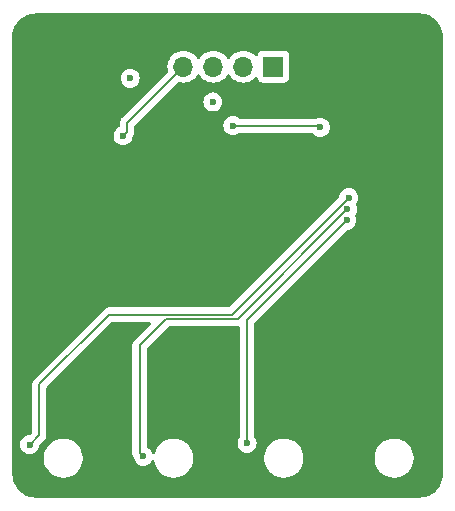
<source format=gbr>
%TF.GenerationSoftware,KiCad,Pcbnew,8.0.0*%
%TF.CreationDate,2024-07-14T16:28:40-05:00*%
%TF.ProjectId,Rick,5269636b-2e6b-4696-9361-645f70636258,rev?*%
%TF.SameCoordinates,Original*%
%TF.FileFunction,Copper,L1,Top*%
%TF.FilePolarity,Positive*%
%FSLAX46Y46*%
G04 Gerber Fmt 4.6, Leading zero omitted, Abs format (unit mm)*
G04 Created by KiCad (PCBNEW 8.0.0) date 2024-07-14 16:28:40*
%MOMM*%
%LPD*%
G01*
G04 APERTURE LIST*
%TA.AperFunction,ComponentPad*%
%ADD10R,1.700000X1.700000*%
%TD*%
%TA.AperFunction,ComponentPad*%
%ADD11O,1.700000X1.700000*%
%TD*%
%TA.AperFunction,ViaPad*%
%ADD12C,0.600000*%
%TD*%
%TA.AperFunction,Conductor*%
%ADD13C,0.200000*%
%TD*%
G04 APERTURE END LIST*
D10*
%TO.P,J2,1,Pin_1*%
%TO.N,SDA*%
X174130000Y-67000000D03*
D11*
%TO.P,J2,2,Pin_2*%
%TO.N,SCL*%
X171590000Y-67000000D03*
%TO.P,J2,3,Pin_3*%
%TO.N,Net-(J2-Pin_3)*%
X169050000Y-67000000D03*
%TO.P,J2,4,Pin_4*%
%TO.N,Net-(J2-Pin_4)*%
X166510000Y-67000000D03*
%TD*%
D12*
%TO.N,VSS*%
X169000000Y-75000000D03*
%TO.N,*%
X169000000Y-70000000D03*
X162000000Y-68000000D03*
%TO.N,VSS*%
X155000000Y-66000000D03*
X154000000Y-75000000D03*
X157000000Y-85000000D03*
X160000000Y-94000000D03*
X164000000Y-94000000D03*
X170000000Y-84000000D03*
X171000000Y-76000000D03*
X174000000Y-81000000D03*
X181000000Y-65000000D03*
X170000000Y-64000000D03*
X163000000Y-79000000D03*
%TO.N,Net-(D3-A)*%
X180324265Y-80024265D03*
X171900000Y-98900000D03*
%TO.N,Net-(D2-A)*%
X180400000Y-79100000D03*
X163100000Y-100000000D03*
%TO.N,Net-(D1-A)*%
X153500000Y-99000000D03*
X180500000Y-78100000D03*
%TO.N,Net-(J2-Pin_4)*%
X161400000Y-72850000D03*
%TO.N,VCC*%
X170700000Y-72000000D03*
X178100000Y-72150000D03*
%TD*%
D13*
%TO.N,Net-(D3-A)*%
X180324265Y-80024265D02*
X171900000Y-88448530D01*
X171900000Y-88448530D02*
X171900000Y-98900000D01*
%TO.N,Net-(D2-A)*%
X162800000Y-90600000D02*
X162800000Y-91400000D01*
X165000000Y-88400000D02*
X162800000Y-90600000D01*
X180400000Y-79100000D02*
X171100000Y-88400000D01*
X171100000Y-88400000D02*
X165000000Y-88400000D01*
X162800000Y-91400000D02*
X162800000Y-99700000D01*
X162800000Y-99700000D02*
X163100000Y-100000000D01*
%TO.N,Net-(D1-A)*%
X154300000Y-98200000D02*
X154300000Y-93900000D01*
X153500000Y-99000000D02*
X154300000Y-98200000D01*
X154300000Y-93900000D02*
X160200000Y-88000000D01*
X160200000Y-88000000D02*
X170600000Y-88000000D01*
X170600000Y-88000000D02*
X180500000Y-78100000D01*
%TO.N,Net-(J2-Pin_4)*%
X161750000Y-72500000D02*
X161750000Y-71760000D01*
X161400000Y-72850000D02*
X161750000Y-72500000D01*
X161750000Y-71760000D02*
X166510000Y-67000000D01*
%TO.N,VCC*%
X170700000Y-72000000D02*
X177950000Y-72000000D01*
X177950000Y-72000000D02*
X178100000Y-72150000D01*
%TD*%
%TA.AperFunction,Conductor*%
%TO.N,VSS*%
G36*
X186504043Y-62500765D02*
G01*
X186752895Y-62517075D01*
X186768953Y-62519190D01*
X186976105Y-62560395D01*
X187009535Y-62567045D01*
X187025202Y-62571243D01*
X187194947Y-62628863D01*
X187257481Y-62650091D01*
X187272458Y-62656294D01*
X187481799Y-62759529D01*
X187492460Y-62764787D01*
X187506508Y-62772897D01*
X187710464Y-62909177D01*
X187723328Y-62919048D01*
X187907749Y-63080781D01*
X187919218Y-63092250D01*
X188080951Y-63276671D01*
X188090825Y-63289539D01*
X188227102Y-63493492D01*
X188235212Y-63507539D01*
X188343702Y-63727534D01*
X188349909Y-63742520D01*
X188428756Y-63974797D01*
X188432954Y-63990464D01*
X188480807Y-64231035D01*
X188482925Y-64247116D01*
X188499235Y-64495956D01*
X188499500Y-64504066D01*
X188499500Y-101495933D01*
X188499235Y-101504043D01*
X188482925Y-101752883D01*
X188480807Y-101768964D01*
X188432954Y-102009535D01*
X188428756Y-102025202D01*
X188349909Y-102257479D01*
X188343702Y-102272465D01*
X188235212Y-102492460D01*
X188227102Y-102506507D01*
X188090825Y-102710460D01*
X188080951Y-102723328D01*
X187919218Y-102907749D01*
X187907749Y-102919218D01*
X187723328Y-103080951D01*
X187710460Y-103090825D01*
X187506507Y-103227102D01*
X187492460Y-103235212D01*
X187272465Y-103343702D01*
X187257479Y-103349909D01*
X187025202Y-103428756D01*
X187009535Y-103432954D01*
X186768964Y-103480807D01*
X186752883Y-103482925D01*
X186504043Y-103499235D01*
X186495933Y-103499500D01*
X154105728Y-103499500D01*
X154105712Y-103499499D01*
X154036290Y-103499499D01*
X154028182Y-103499234D01*
X153779347Y-103482928D01*
X153763265Y-103480811D01*
X153522682Y-103432959D01*
X153507015Y-103428761D01*
X153274740Y-103349917D01*
X153259755Y-103343710D01*
X153039754Y-103235221D01*
X153025706Y-103227110D01*
X152821750Y-103090832D01*
X152808882Y-103080959D01*
X152624459Y-102919227D01*
X152612989Y-102907757D01*
X152451255Y-102723337D01*
X152441381Y-102710469D01*
X152305103Y-102506517D01*
X152296993Y-102492470D01*
X152188498Y-102272467D01*
X152182291Y-102257482D01*
X152182290Y-102257479D01*
X152103440Y-102025196D01*
X152099248Y-102009551D01*
X152051390Y-101768953D01*
X152049275Y-101752898D01*
X152032997Y-101504537D01*
X152032733Y-101496457D01*
X152032733Y-101426564D01*
X152032667Y-101425588D01*
X152031669Y-100279902D01*
X154699500Y-100279902D01*
X154740140Y-100536493D01*
X154820422Y-100783576D01*
X154901534Y-100942764D01*
X154938366Y-101015051D01*
X155091069Y-101225229D01*
X155274771Y-101408931D01*
X155484949Y-101561634D01*
X155632445Y-101636787D01*
X155716423Y-101679577D01*
X155716425Y-101679577D01*
X155716428Y-101679579D01*
X155963507Y-101759860D01*
X156095706Y-101780797D01*
X156220098Y-101800500D01*
X156220103Y-101800500D01*
X156479902Y-101800500D01*
X156593298Y-101782539D01*
X156736493Y-101759860D01*
X156983572Y-101679579D01*
X157215051Y-101561634D01*
X157425229Y-101408931D01*
X157608931Y-101225229D01*
X157761634Y-101015051D01*
X157879579Y-100783572D01*
X157959860Y-100536493D01*
X157989473Y-100349521D01*
X158000500Y-100279902D01*
X158000500Y-100020097D01*
X157964899Y-99795325D01*
X157959860Y-99763507D01*
X157879579Y-99516428D01*
X157879577Y-99516424D01*
X157879577Y-99516423D01*
X157821408Y-99402262D01*
X157761634Y-99284949D01*
X157608931Y-99074771D01*
X157425229Y-98891069D01*
X157215051Y-98738366D01*
X157142764Y-98701534D01*
X156983576Y-98620422D01*
X156736493Y-98540140D01*
X156479902Y-98499500D01*
X156479897Y-98499500D01*
X156220103Y-98499500D01*
X156220098Y-98499500D01*
X155963506Y-98540140D01*
X155716423Y-98620422D01*
X155484945Y-98738368D01*
X155274774Y-98891066D01*
X155274768Y-98891071D01*
X155091071Y-99074768D01*
X155091066Y-99074774D01*
X154938368Y-99284945D01*
X154820422Y-99516423D01*
X154740140Y-99763506D01*
X154699500Y-100020097D01*
X154699500Y-100279902D01*
X152031669Y-100279902D01*
X152030554Y-99000003D01*
X152694435Y-99000003D01*
X152714630Y-99179249D01*
X152714631Y-99179254D01*
X152774211Y-99349523D01*
X152867341Y-99497737D01*
X152870184Y-99502262D01*
X152997738Y-99629816D01*
X153150478Y-99725789D01*
X153258267Y-99763506D01*
X153320745Y-99785368D01*
X153320750Y-99785369D01*
X153499996Y-99805565D01*
X153500000Y-99805565D01*
X153500004Y-99805565D01*
X153679249Y-99785369D01*
X153679252Y-99785368D01*
X153679255Y-99785368D01*
X153849522Y-99725789D01*
X154002262Y-99629816D01*
X154129816Y-99502262D01*
X154225789Y-99349522D01*
X154285368Y-99179255D01*
X154295161Y-99092329D01*
X154322226Y-99027918D01*
X154330690Y-99018543D01*
X154658506Y-98690728D01*
X154658511Y-98690724D01*
X154668714Y-98680520D01*
X154668716Y-98680520D01*
X154780520Y-98568716D01*
X154842873Y-98460717D01*
X154859577Y-98431785D01*
X154900501Y-98279057D01*
X154900501Y-98120943D01*
X154900501Y-98113348D01*
X154900500Y-98113330D01*
X154900500Y-94200097D01*
X154920185Y-94133058D01*
X154936819Y-94112416D01*
X160412416Y-88636819D01*
X160473739Y-88603334D01*
X160500097Y-88600500D01*
X163650903Y-88600500D01*
X163717942Y-88620185D01*
X163763697Y-88672989D01*
X163773641Y-88742147D01*
X163744616Y-88805703D01*
X163738584Y-88812181D01*
X162431286Y-90119478D01*
X162319481Y-90231282D01*
X162319479Y-90231285D01*
X162269361Y-90318094D01*
X162269359Y-90318096D01*
X162240425Y-90368209D01*
X162240424Y-90368210D01*
X162240423Y-90368215D01*
X162199499Y-90520943D01*
X162199499Y-90520945D01*
X162199499Y-90689046D01*
X162199500Y-90689059D01*
X162199500Y-99613330D01*
X162199499Y-99613348D01*
X162199499Y-99779054D01*
X162199498Y-99779054D01*
X162199499Y-99779057D01*
X162240423Y-99931785D01*
X162269358Y-99981901D01*
X162269359Y-99981905D01*
X162269361Y-99981905D01*
X162285046Y-100009074D01*
X162300877Y-100057187D01*
X162314630Y-100179249D01*
X162374210Y-100349521D01*
X162374211Y-100349522D01*
X162470184Y-100502262D01*
X162597738Y-100629816D01*
X162750478Y-100725789D01*
X162915612Y-100783572D01*
X162920745Y-100785368D01*
X162920750Y-100785369D01*
X163099996Y-100805565D01*
X163100000Y-100805565D01*
X163100004Y-100805565D01*
X163279249Y-100785369D01*
X163279252Y-100785368D01*
X163279255Y-100785368D01*
X163449522Y-100725789D01*
X163602262Y-100629816D01*
X163729816Y-100502262D01*
X163824177Y-100352086D01*
X163876509Y-100305798D01*
X163945563Y-100295149D01*
X164009411Y-100323524D01*
X164047784Y-100381914D01*
X164051642Y-100398663D01*
X164073472Y-100536493D01*
X164153755Y-100783576D01*
X164234867Y-100942764D01*
X164271699Y-101015051D01*
X164424402Y-101225229D01*
X164608104Y-101408931D01*
X164818282Y-101561634D01*
X164965778Y-101636787D01*
X165049756Y-101679577D01*
X165049758Y-101679577D01*
X165049761Y-101679579D01*
X165296840Y-101759860D01*
X165429039Y-101780797D01*
X165553431Y-101800500D01*
X165553436Y-101800500D01*
X165813235Y-101800500D01*
X165926631Y-101782539D01*
X166069826Y-101759860D01*
X166316905Y-101679579D01*
X166548384Y-101561634D01*
X166758562Y-101408931D01*
X166942264Y-101225229D01*
X167094967Y-101015051D01*
X167212912Y-100783572D01*
X167293193Y-100536493D01*
X167322806Y-100349521D01*
X167333833Y-100279902D01*
X173366166Y-100279902D01*
X173406806Y-100536493D01*
X173487088Y-100783576D01*
X173568200Y-100942764D01*
X173605032Y-101015051D01*
X173757735Y-101225229D01*
X173941437Y-101408931D01*
X174151615Y-101561634D01*
X174299111Y-101636787D01*
X174383089Y-101679577D01*
X174383091Y-101679577D01*
X174383094Y-101679579D01*
X174630173Y-101759860D01*
X174762372Y-101780797D01*
X174886764Y-101800500D01*
X174886769Y-101800500D01*
X175146568Y-101800500D01*
X175259964Y-101782539D01*
X175403159Y-101759860D01*
X175650238Y-101679579D01*
X175881717Y-101561634D01*
X176091895Y-101408931D01*
X176275597Y-101225229D01*
X176428300Y-101015051D01*
X176546245Y-100783572D01*
X176626526Y-100536493D01*
X176656139Y-100349521D01*
X176667166Y-100279902D01*
X182699500Y-100279902D01*
X182740140Y-100536493D01*
X182820422Y-100783576D01*
X182901534Y-100942764D01*
X182938366Y-101015051D01*
X183091069Y-101225229D01*
X183274771Y-101408931D01*
X183484949Y-101561634D01*
X183632445Y-101636787D01*
X183716423Y-101679577D01*
X183716425Y-101679577D01*
X183716428Y-101679579D01*
X183963507Y-101759860D01*
X184095706Y-101780797D01*
X184220098Y-101800500D01*
X184220103Y-101800500D01*
X184479902Y-101800500D01*
X184593298Y-101782539D01*
X184736493Y-101759860D01*
X184983572Y-101679579D01*
X185215051Y-101561634D01*
X185425229Y-101408931D01*
X185608931Y-101225229D01*
X185761634Y-101015051D01*
X185879579Y-100783572D01*
X185959860Y-100536493D01*
X185989473Y-100349521D01*
X186000500Y-100279902D01*
X186000500Y-100020097D01*
X185964899Y-99795325D01*
X185959860Y-99763507D01*
X185879579Y-99516428D01*
X185879577Y-99516424D01*
X185879577Y-99516423D01*
X185821408Y-99402262D01*
X185761634Y-99284949D01*
X185608931Y-99074771D01*
X185425229Y-98891069D01*
X185215051Y-98738366D01*
X185142764Y-98701534D01*
X184983576Y-98620422D01*
X184736493Y-98540140D01*
X184479902Y-98499500D01*
X184479897Y-98499500D01*
X184220103Y-98499500D01*
X184220098Y-98499500D01*
X183963506Y-98540140D01*
X183716423Y-98620422D01*
X183484945Y-98738368D01*
X183274774Y-98891066D01*
X183274768Y-98891071D01*
X183091071Y-99074768D01*
X183091066Y-99074774D01*
X182938368Y-99284945D01*
X182820422Y-99516423D01*
X182740140Y-99763506D01*
X182699500Y-100020097D01*
X182699500Y-100279902D01*
X176667166Y-100279902D01*
X176667166Y-100020097D01*
X176631565Y-99795325D01*
X176626526Y-99763507D01*
X176546245Y-99516428D01*
X176546243Y-99516424D01*
X176546243Y-99516423D01*
X176488074Y-99402262D01*
X176428300Y-99284949D01*
X176275597Y-99074771D01*
X176091895Y-98891069D01*
X175881717Y-98738366D01*
X175809430Y-98701534D01*
X175650242Y-98620422D01*
X175403159Y-98540140D01*
X175146568Y-98499500D01*
X175146563Y-98499500D01*
X174886769Y-98499500D01*
X174886764Y-98499500D01*
X174630172Y-98540140D01*
X174383089Y-98620422D01*
X174151611Y-98738368D01*
X173941440Y-98891066D01*
X173941434Y-98891071D01*
X173757737Y-99074768D01*
X173757732Y-99074774D01*
X173605034Y-99284945D01*
X173487088Y-99516423D01*
X173406806Y-99763506D01*
X173366166Y-100020097D01*
X173366166Y-100279902D01*
X167333833Y-100279902D01*
X167333833Y-100020097D01*
X167298232Y-99795325D01*
X167293193Y-99763507D01*
X167212912Y-99516428D01*
X167212910Y-99516424D01*
X167212910Y-99516423D01*
X167154741Y-99402262D01*
X167094967Y-99284949D01*
X166942264Y-99074771D01*
X166758562Y-98891069D01*
X166548384Y-98738366D01*
X166476097Y-98701534D01*
X166316909Y-98620422D01*
X166069826Y-98540140D01*
X165813235Y-98499500D01*
X165813230Y-98499500D01*
X165553436Y-98499500D01*
X165553431Y-98499500D01*
X165296839Y-98540140D01*
X165049756Y-98620422D01*
X164818278Y-98738368D01*
X164608107Y-98891066D01*
X164608101Y-98891071D01*
X164424404Y-99074768D01*
X164424399Y-99074774D01*
X164271701Y-99284945D01*
X164153755Y-99516424D01*
X164086839Y-99722367D01*
X164047401Y-99780042D01*
X163983042Y-99807240D01*
X163914196Y-99795325D01*
X163862720Y-99748080D01*
X163851866Y-99725002D01*
X163825789Y-99650478D01*
X163749971Y-99529815D01*
X163729816Y-99497738D01*
X163602262Y-99370184D01*
X163602260Y-99370182D01*
X163458527Y-99279868D01*
X163412237Y-99227534D01*
X163400500Y-99174875D01*
X163400500Y-90900097D01*
X163420185Y-90833058D01*
X163436819Y-90812416D01*
X165212416Y-89036819D01*
X165273739Y-89003334D01*
X165300097Y-89000500D01*
X171013331Y-89000500D01*
X171013347Y-89000501D01*
X171175500Y-89000501D01*
X171242539Y-89020186D01*
X171288294Y-89072990D01*
X171299500Y-89124501D01*
X171299500Y-98317587D01*
X171279815Y-98384626D01*
X171272450Y-98394896D01*
X171270186Y-98397734D01*
X171174211Y-98550476D01*
X171114631Y-98720745D01*
X171114630Y-98720750D01*
X171094435Y-98899996D01*
X171094435Y-98900003D01*
X171114630Y-99079249D01*
X171114631Y-99079254D01*
X171174211Y-99249523D01*
X171237045Y-99349522D01*
X171270184Y-99402262D01*
X171397738Y-99529816D01*
X171488080Y-99586582D01*
X171542765Y-99620943D01*
X171550478Y-99625789D01*
X171720745Y-99685368D01*
X171720750Y-99685369D01*
X171899996Y-99705565D01*
X171900000Y-99705565D01*
X171900004Y-99705565D01*
X172079249Y-99685369D01*
X172079252Y-99685368D01*
X172079255Y-99685368D01*
X172249522Y-99625789D01*
X172402262Y-99529816D01*
X172529816Y-99402262D01*
X172625789Y-99249522D01*
X172685368Y-99079255D01*
X172685873Y-99074774D01*
X172705565Y-98900003D01*
X172705565Y-98899996D01*
X172685369Y-98720750D01*
X172685368Y-98720745D01*
X172671293Y-98680520D01*
X172625789Y-98550478D01*
X172529816Y-98397738D01*
X172529814Y-98397736D01*
X172529813Y-98397734D01*
X172527550Y-98394896D01*
X172526659Y-98392715D01*
X172526111Y-98391842D01*
X172526264Y-98391745D01*
X172501144Y-98330209D01*
X172500500Y-98317587D01*
X172500500Y-88748626D01*
X172520185Y-88681587D01*
X172536814Y-88660950D01*
X180342800Y-80854963D01*
X180404121Y-80821480D01*
X180416576Y-80819428D01*
X180503520Y-80809633D01*
X180673787Y-80750054D01*
X180826527Y-80654081D01*
X180954081Y-80526527D01*
X181050054Y-80373787D01*
X181109633Y-80203520D01*
X181129830Y-80024265D01*
X181109633Y-79845010D01*
X181109632Y-79845008D01*
X181109631Y-79845002D01*
X181047754Y-79668170D01*
X181049649Y-79667506D01*
X181039893Y-79608291D01*
X181057972Y-79557451D01*
X181125789Y-79449522D01*
X181185368Y-79279255D01*
X181205565Y-79100000D01*
X181185368Y-78920745D01*
X181125789Y-78750478D01*
X181122286Y-78744903D01*
X181103284Y-78677666D01*
X181123650Y-78610831D01*
X181129512Y-78602745D01*
X181129814Y-78602263D01*
X181129816Y-78602262D01*
X181225789Y-78449522D01*
X181285368Y-78279255D01*
X181305565Y-78100000D01*
X181302419Y-78072082D01*
X181285369Y-77920750D01*
X181285368Y-77920745D01*
X181225788Y-77750476D01*
X181129815Y-77597737D01*
X181002262Y-77470184D01*
X180849523Y-77374211D01*
X180679254Y-77314631D01*
X180679249Y-77314630D01*
X180500004Y-77294435D01*
X180499996Y-77294435D01*
X180320750Y-77314630D01*
X180320745Y-77314631D01*
X180150476Y-77374211D01*
X179997737Y-77470184D01*
X179870184Y-77597737D01*
X179774210Y-77750478D01*
X179714630Y-77920750D01*
X179704837Y-78007668D01*
X179677770Y-78072082D01*
X179669298Y-78081465D01*
X170387584Y-87363181D01*
X170326261Y-87396666D01*
X170299903Y-87399500D01*
X160286669Y-87399500D01*
X160286653Y-87399499D01*
X160279057Y-87399499D01*
X160120943Y-87399499D01*
X160013587Y-87428265D01*
X159968210Y-87440424D01*
X159968209Y-87440425D01*
X159918096Y-87469359D01*
X159918095Y-87469360D01*
X159874689Y-87494420D01*
X159831285Y-87519479D01*
X159831282Y-87519481D01*
X153819481Y-93531282D01*
X153819479Y-93531285D01*
X153769361Y-93618094D01*
X153769359Y-93618096D01*
X153740425Y-93668209D01*
X153740424Y-93668210D01*
X153740423Y-93668215D01*
X153699499Y-93820943D01*
X153699499Y-93820945D01*
X153699499Y-93989046D01*
X153699500Y-93989059D01*
X153699500Y-97899902D01*
X153679815Y-97966941D01*
X153663181Y-97987583D01*
X153481465Y-98169298D01*
X153420142Y-98202783D01*
X153407668Y-98204837D01*
X153320750Y-98214630D01*
X153150478Y-98274210D01*
X152997737Y-98370184D01*
X152870184Y-98497737D01*
X152774211Y-98650476D01*
X152714631Y-98820745D01*
X152714630Y-98820750D01*
X152694435Y-98999996D01*
X152694435Y-99000003D01*
X152030554Y-99000003D01*
X152007774Y-72850003D01*
X160594435Y-72850003D01*
X160614630Y-73029249D01*
X160614631Y-73029254D01*
X160674211Y-73199523D01*
X160770184Y-73352262D01*
X160897738Y-73479816D01*
X161050478Y-73575789D01*
X161220745Y-73635368D01*
X161220750Y-73635369D01*
X161399996Y-73655565D01*
X161400000Y-73655565D01*
X161400004Y-73655565D01*
X161579249Y-73635369D01*
X161579252Y-73635368D01*
X161579255Y-73635368D01*
X161749522Y-73575789D01*
X161902262Y-73479816D01*
X162029816Y-73352262D01*
X162125789Y-73199522D01*
X162185368Y-73029255D01*
X162195161Y-72942330D01*
X162222226Y-72877920D01*
X162230418Y-72868847D01*
X162230514Y-72868721D01*
X162230520Y-72868716D01*
X162309577Y-72731784D01*
X162350501Y-72579057D01*
X162350501Y-72420942D01*
X162350501Y-72413347D01*
X162350500Y-72413329D01*
X162350500Y-72060097D01*
X162368146Y-72000003D01*
X169894435Y-72000003D01*
X169914630Y-72179249D01*
X169914631Y-72179254D01*
X169974211Y-72349523D01*
X170019087Y-72420942D01*
X170070184Y-72502262D01*
X170197738Y-72629816D01*
X170350478Y-72725789D01*
X170504878Y-72779816D01*
X170520745Y-72785368D01*
X170520750Y-72785369D01*
X170699996Y-72805565D01*
X170700000Y-72805565D01*
X170700004Y-72805565D01*
X170879249Y-72785369D01*
X170879252Y-72785368D01*
X170879255Y-72785368D01*
X171049522Y-72725789D01*
X171202262Y-72629816D01*
X171202267Y-72629810D01*
X171205097Y-72627555D01*
X171207275Y-72626665D01*
X171208158Y-72626111D01*
X171208255Y-72626265D01*
X171269783Y-72601145D01*
X171282412Y-72600500D01*
X177369190Y-72600500D01*
X177436229Y-72620185D01*
X177466135Y-72647185D01*
X177470183Y-72652261D01*
X177470184Y-72652262D01*
X177597738Y-72779816D01*
X177688080Y-72836582D01*
X177739216Y-72868713D01*
X177750478Y-72875789D01*
X177817429Y-72899216D01*
X177920745Y-72935368D01*
X177920750Y-72935369D01*
X178099996Y-72955565D01*
X178100000Y-72955565D01*
X178100004Y-72955565D01*
X178279249Y-72935369D01*
X178279252Y-72935368D01*
X178279255Y-72935368D01*
X178449522Y-72875789D01*
X178602262Y-72779816D01*
X178729816Y-72652262D01*
X178825789Y-72499522D01*
X178885368Y-72329255D01*
X178885369Y-72329249D01*
X178905565Y-72150003D01*
X178905565Y-72149996D01*
X178885369Y-71970750D01*
X178885368Y-71970745D01*
X178842788Y-71849059D01*
X178825789Y-71800478D01*
X178729816Y-71647738D01*
X178602262Y-71520184D01*
X178449523Y-71424211D01*
X178279254Y-71364631D01*
X178279249Y-71364630D01*
X178100004Y-71344435D01*
X178099996Y-71344435D01*
X177920750Y-71364630D01*
X177920745Y-71364631D01*
X177840983Y-71392542D01*
X177800028Y-71399500D01*
X171282412Y-71399500D01*
X171215373Y-71379815D01*
X171205097Y-71372445D01*
X171202263Y-71370185D01*
X171202262Y-71370184D01*
X171057908Y-71279480D01*
X171049523Y-71274211D01*
X170879254Y-71214631D01*
X170879249Y-71214630D01*
X170700004Y-71194435D01*
X170699996Y-71194435D01*
X170520750Y-71214630D01*
X170520745Y-71214631D01*
X170350476Y-71274211D01*
X170197737Y-71370184D01*
X170070184Y-71497737D01*
X169974211Y-71650476D01*
X169914631Y-71820745D01*
X169914630Y-71820750D01*
X169894435Y-71999996D01*
X169894435Y-72000003D01*
X162368146Y-72000003D01*
X162370185Y-71993058D01*
X162386819Y-71972416D01*
X164179986Y-70179249D01*
X164359232Y-70000003D01*
X168194435Y-70000003D01*
X168214630Y-70179249D01*
X168214631Y-70179254D01*
X168274211Y-70349523D01*
X168370184Y-70502262D01*
X168497738Y-70629816D01*
X168650478Y-70725789D01*
X168820745Y-70785368D01*
X168820750Y-70785369D01*
X168999996Y-70805565D01*
X169000000Y-70805565D01*
X169000004Y-70805565D01*
X169179249Y-70785369D01*
X169179252Y-70785368D01*
X169179255Y-70785368D01*
X169349522Y-70725789D01*
X169502262Y-70629816D01*
X169629816Y-70502262D01*
X169725789Y-70349522D01*
X169785368Y-70179255D01*
X169805565Y-70000000D01*
X169785368Y-69820745D01*
X169725789Y-69650478D01*
X169629816Y-69497738D01*
X169502262Y-69370184D01*
X169349523Y-69274211D01*
X169179254Y-69214631D01*
X169179249Y-69214630D01*
X169000004Y-69194435D01*
X168999996Y-69194435D01*
X168820750Y-69214630D01*
X168820745Y-69214631D01*
X168650476Y-69274211D01*
X168497737Y-69370184D01*
X168370184Y-69497737D01*
X168274211Y-69650476D01*
X168214631Y-69820745D01*
X168214630Y-69820750D01*
X168194435Y-69999996D01*
X168194435Y-70000003D01*
X164359232Y-70000003D01*
X166026470Y-68332764D01*
X166087791Y-68299281D01*
X166146242Y-68300672D01*
X166201990Y-68315609D01*
X166274592Y-68335063D01*
X166451034Y-68350500D01*
X166509999Y-68355659D01*
X166510000Y-68355659D01*
X166510001Y-68355659D01*
X166568966Y-68350500D01*
X166745408Y-68335063D01*
X166973663Y-68273903D01*
X167187830Y-68174035D01*
X167381401Y-68038495D01*
X167548495Y-67871401D01*
X167678425Y-67685842D01*
X167733002Y-67642217D01*
X167802500Y-67635023D01*
X167864855Y-67666546D01*
X167881575Y-67685842D01*
X167976038Y-67820750D01*
X168011505Y-67871401D01*
X168178599Y-68038495D01*
X168275384Y-68106265D01*
X168372165Y-68174032D01*
X168372167Y-68174033D01*
X168372170Y-68174035D01*
X168586337Y-68273903D01*
X168814592Y-68335063D01*
X168991034Y-68350500D01*
X169049999Y-68355659D01*
X169050000Y-68355659D01*
X169050001Y-68355659D01*
X169108966Y-68350500D01*
X169285408Y-68335063D01*
X169513663Y-68273903D01*
X169727830Y-68174035D01*
X169921401Y-68038495D01*
X170088495Y-67871401D01*
X170218425Y-67685842D01*
X170273002Y-67642217D01*
X170342500Y-67635023D01*
X170404855Y-67666546D01*
X170421575Y-67685842D01*
X170516038Y-67820750D01*
X170551505Y-67871401D01*
X170718599Y-68038495D01*
X170815384Y-68106265D01*
X170912165Y-68174032D01*
X170912167Y-68174033D01*
X170912170Y-68174035D01*
X171126337Y-68273903D01*
X171354592Y-68335063D01*
X171531034Y-68350500D01*
X171589999Y-68355659D01*
X171590000Y-68355659D01*
X171590001Y-68355659D01*
X171648966Y-68350500D01*
X171825408Y-68335063D01*
X172053663Y-68273903D01*
X172267830Y-68174035D01*
X172461401Y-68038495D01*
X172583329Y-67916566D01*
X172644648Y-67883084D01*
X172714340Y-67888068D01*
X172770274Y-67929939D01*
X172787189Y-67960917D01*
X172836202Y-68092328D01*
X172836206Y-68092335D01*
X172922452Y-68207544D01*
X172922455Y-68207547D01*
X173037664Y-68293793D01*
X173037671Y-68293797D01*
X173172517Y-68344091D01*
X173172516Y-68344091D01*
X173179444Y-68344835D01*
X173232127Y-68350500D01*
X175027872Y-68350499D01*
X175087483Y-68344091D01*
X175222331Y-68293796D01*
X175337546Y-68207546D01*
X175423796Y-68092331D01*
X175474091Y-67957483D01*
X175480500Y-67897873D01*
X175480499Y-66102128D01*
X175474091Y-66042517D01*
X175472810Y-66039083D01*
X175423797Y-65907671D01*
X175423793Y-65907664D01*
X175337547Y-65792455D01*
X175337544Y-65792452D01*
X175222335Y-65706206D01*
X175222328Y-65706202D01*
X175087482Y-65655908D01*
X175087483Y-65655908D01*
X175027883Y-65649501D01*
X175027881Y-65649500D01*
X175027873Y-65649500D01*
X175027864Y-65649500D01*
X173232129Y-65649500D01*
X173232123Y-65649501D01*
X173172516Y-65655908D01*
X173037671Y-65706202D01*
X173037664Y-65706206D01*
X172922455Y-65792452D01*
X172922452Y-65792455D01*
X172836206Y-65907664D01*
X172836203Y-65907669D01*
X172787189Y-66039083D01*
X172745317Y-66095016D01*
X172679853Y-66119433D01*
X172611580Y-66104581D01*
X172583326Y-66083430D01*
X172461402Y-65961506D01*
X172461395Y-65961501D01*
X172267834Y-65825967D01*
X172267830Y-65825965D01*
X172267828Y-65825964D01*
X172053663Y-65726097D01*
X172053659Y-65726096D01*
X172053655Y-65726094D01*
X171825413Y-65664938D01*
X171825403Y-65664936D01*
X171590001Y-65644341D01*
X171589999Y-65644341D01*
X171354596Y-65664936D01*
X171354586Y-65664938D01*
X171126344Y-65726094D01*
X171126335Y-65726098D01*
X170912171Y-65825964D01*
X170912169Y-65825965D01*
X170718597Y-65961505D01*
X170551505Y-66128597D01*
X170421575Y-66314158D01*
X170366998Y-66357783D01*
X170297500Y-66364977D01*
X170235145Y-66333454D01*
X170218425Y-66314158D01*
X170088494Y-66128597D01*
X169921402Y-65961506D01*
X169921395Y-65961501D01*
X169727834Y-65825967D01*
X169727830Y-65825965D01*
X169727828Y-65825964D01*
X169513663Y-65726097D01*
X169513659Y-65726096D01*
X169513655Y-65726094D01*
X169285413Y-65664938D01*
X169285403Y-65664936D01*
X169050001Y-65644341D01*
X169049999Y-65644341D01*
X168814596Y-65664936D01*
X168814586Y-65664938D01*
X168586344Y-65726094D01*
X168586335Y-65726098D01*
X168372171Y-65825964D01*
X168372169Y-65825965D01*
X168178597Y-65961505D01*
X168011505Y-66128597D01*
X167881575Y-66314158D01*
X167826998Y-66357783D01*
X167757500Y-66364977D01*
X167695145Y-66333454D01*
X167678425Y-66314158D01*
X167548494Y-66128597D01*
X167381402Y-65961506D01*
X167381395Y-65961501D01*
X167187834Y-65825967D01*
X167187830Y-65825965D01*
X167187828Y-65825964D01*
X166973663Y-65726097D01*
X166973659Y-65726096D01*
X166973655Y-65726094D01*
X166745413Y-65664938D01*
X166745403Y-65664936D01*
X166510001Y-65644341D01*
X166509999Y-65644341D01*
X166274596Y-65664936D01*
X166274586Y-65664938D01*
X166046344Y-65726094D01*
X166046335Y-65726098D01*
X165832171Y-65825964D01*
X165832169Y-65825965D01*
X165638597Y-65961505D01*
X165471505Y-66128597D01*
X165335965Y-66322169D01*
X165335964Y-66322171D01*
X165236098Y-66536335D01*
X165236094Y-66536344D01*
X165174938Y-66764586D01*
X165174936Y-66764596D01*
X165154341Y-66999999D01*
X165154341Y-67000000D01*
X165174936Y-67235403D01*
X165174938Y-67235413D01*
X165209327Y-67363755D01*
X165207664Y-67433605D01*
X165177233Y-67483529D01*
X161381286Y-71279478D01*
X161269480Y-71391283D01*
X161267023Y-71395539D01*
X161264737Y-71399500D01*
X161190423Y-71528215D01*
X161149499Y-71680943D01*
X161149499Y-71680945D01*
X161149499Y-71849046D01*
X161149500Y-71849059D01*
X161149500Y-72001579D01*
X161129815Y-72068618D01*
X161077011Y-72114373D01*
X161066464Y-72118616D01*
X161058388Y-72121442D01*
X161050474Y-72124212D01*
X160897737Y-72220184D01*
X160770184Y-72347737D01*
X160674211Y-72500476D01*
X160614631Y-72670745D01*
X160614630Y-72670750D01*
X160594435Y-72849996D01*
X160594435Y-72850003D01*
X152007774Y-72850003D01*
X152003549Y-68000003D01*
X161194435Y-68000003D01*
X161214630Y-68179249D01*
X161214631Y-68179254D01*
X161274211Y-68349523D01*
X161278067Y-68355659D01*
X161370184Y-68502262D01*
X161497738Y-68629816D01*
X161650478Y-68725789D01*
X161820745Y-68785368D01*
X161820750Y-68785369D01*
X161999996Y-68805565D01*
X162000000Y-68805565D01*
X162000004Y-68805565D01*
X162179249Y-68785369D01*
X162179252Y-68785368D01*
X162179255Y-68785368D01*
X162349522Y-68725789D01*
X162502262Y-68629816D01*
X162629816Y-68502262D01*
X162725789Y-68349522D01*
X162785368Y-68179255D01*
X162785956Y-68174035D01*
X162805565Y-68000003D01*
X162805565Y-67999996D01*
X162785369Y-67820750D01*
X162785368Y-67820745D01*
X162725788Y-67650476D01*
X162629815Y-67497737D01*
X162502262Y-67370184D01*
X162349523Y-67274211D01*
X162179254Y-67214631D01*
X162179249Y-67214630D01*
X162000004Y-67194435D01*
X161999996Y-67194435D01*
X161820750Y-67214630D01*
X161820745Y-67214631D01*
X161650476Y-67274211D01*
X161497737Y-67370184D01*
X161370184Y-67497737D01*
X161274211Y-67650476D01*
X161214631Y-67820745D01*
X161214630Y-67820750D01*
X161194435Y-67999996D01*
X161194435Y-68000003D01*
X152003549Y-68000003D01*
X152000503Y-64504102D01*
X152000767Y-64495919D01*
X152017075Y-64247102D01*
X152019190Y-64231048D01*
X152067045Y-63990462D01*
X152071243Y-63974797D01*
X152094337Y-63906762D01*
X152150093Y-63742512D01*
X152156291Y-63727547D01*
X152264790Y-63507533D01*
X152272893Y-63493498D01*
X152409182Y-63289527D01*
X152419039Y-63276681D01*
X152580786Y-63092244D01*
X152592244Y-63080786D01*
X152776681Y-62919039D01*
X152789527Y-62909182D01*
X152993498Y-62772893D01*
X153007533Y-62764790D01*
X153227547Y-62656291D01*
X153242512Y-62650093D01*
X153406762Y-62594337D01*
X153474797Y-62571243D01*
X153490464Y-62567045D01*
X153731048Y-62519190D01*
X153747102Y-62517075D01*
X153995957Y-62500765D01*
X154004067Y-62500500D01*
X154065892Y-62500500D01*
X186434108Y-62500500D01*
X186495933Y-62500500D01*
X186504043Y-62500765D01*
G37*
%TD.AperFunction*%
%TD*%
M02*

</source>
